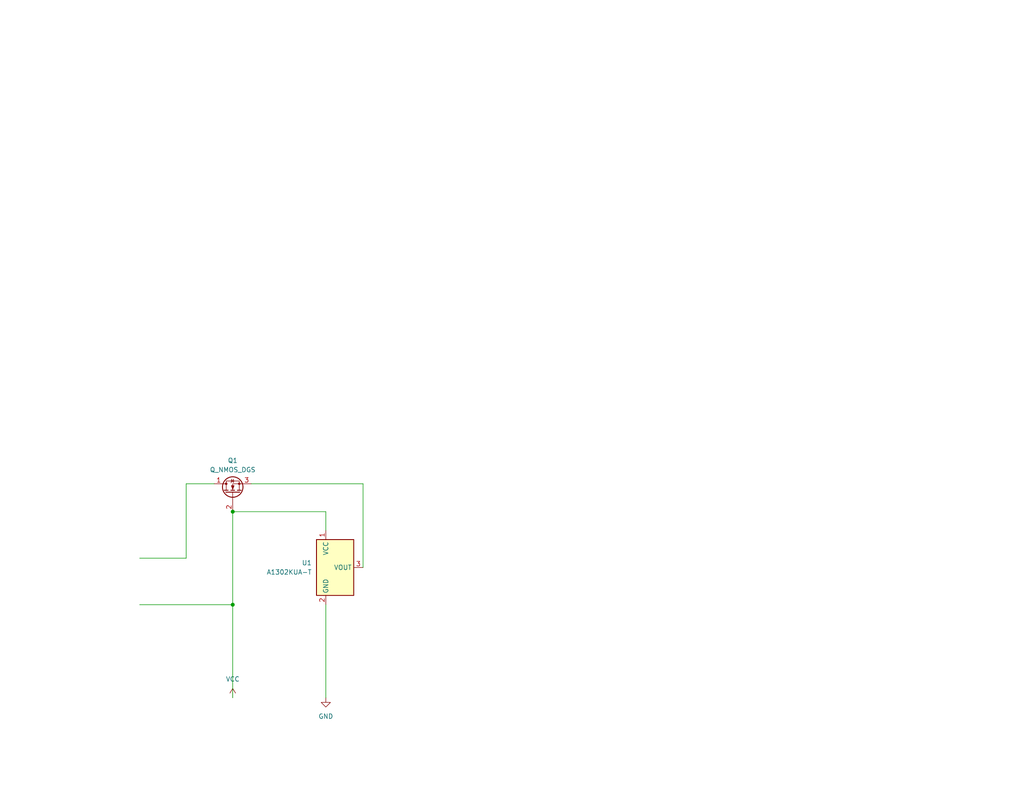
<source format=kicad_sch>
(kicad_sch (version 20231120) (generator "eeschema") (generator_version "8.0")
  (paper "USLetter")
  (title_block (title "ASR 2024 - Electric Motor Circuit") (date "2024-09-16") (rev "v0.0.1") (company "Alexandre Haddad-Delaveau & Bryan Liu"))
  (lib_symbols
    (symbol "Device:Q_NMOS_DGS" (pin_names (offset 0) hide)
      (property "Reference" "Q" (at 5.08 1.27 0))
      (property "Value" "Q_NMOS_DGS" (at 5.08 -1.27 0))
      (symbol "Q_NMOS_DGS_0_1"
        (polyline (pts (xy 0.254 0) (xy -2.54 0)))
        (polyline (pts (xy 0.254 1.905) (xy 0.254 -1.905)) (stroke (width 0.254)))
        (polyline (pts (xy 0.762 -1.27) (xy 0.762 -2.286)) (stroke (width 0.254)))
        (polyline (pts (xy 0.762 0.508) (xy 0.762 -0.508)) (stroke (width 0.254)))
        (polyline (pts (xy 0.762 2.286) (xy 0.762 1.27)) (stroke (width 0.254)))
        (polyline (pts (xy 2.54 2.54) (xy 2.54 1.778)))
        (polyline (pts (xy 2.54 -2.54) (xy 2.54 0) (xy 0.762 0)))
        (polyline (pts (xy 0.762 -1.778) (xy 3.302 -1.778) (xy 3.302 1.778) (xy 0.762 1.778)))
        (polyline (pts (xy 1.016 0) (xy 2.032 0.381) (xy 2.032 -0.381) (xy 1.016 0)) (fill (type outline)))
        (polyline (pts (xy 2.794 0.508) (xy 2.921 0.381) (xy 3.683 0.381) (xy 3.81 0.254)))
        (polyline (pts (xy 3.302 0.381) (xy 2.921 -0.254) (xy 3.683 -0.254) (xy 3.302 0.381)))
        (circle (center 1.651 0) (radius 2.794) (stroke (width 0.254)))
        (circle (center 2.54 -1.778) (radius 0.254) (fill (type outline)))
        (circle (center 2.54 1.778) (radius 0.254) (fill (type outline)))
      )
      (symbol "Q_NMOS_DGS_1_1"
        (pin passive line (at 2.54 5.08 270) (length 2.54) (name "D") (number "1"))
        (pin input line (at -5.08 0 0) (length 2.54) (name "G") (number "2"))
        (pin passive line (at 2.54 -5.08 90) (length 2.54) (name "S") (number "3"))
      )
    )
    (symbol "Sensor_Magnetic:A1302KUA-T"
      (property "Reference" "U" (at 0 11.43 0))
      (property "Value" "A1302KUA-T" (at 0 8.89 0))
      (symbol "A1302KUA-T_0_1"
        (rectangle (start -5.08 7.62) (end 5.08 -7.62) (stroke (width 0.254)) (fill (type background)))
      )
      (symbol "A1302KUA-T_1_1"
        (pin power_in line (at -2.54 10.16 270) (length 2.54) (name "VCC") (number "1"))
        (pin power_in line (at -2.54 -10.16 90) (length 2.54) (name "GND") (number "2"))
        (pin output line (at 7.62 0 180) (length 2.54) (name "VOUT") (number "3"))
      )
    )
    (symbol "power:GND" (power) (pin_numbers hide) (pin_names (offset 0) hide)
      (property "Value" "GND" (at 0 -3.81 0))
      (symbol "GND_0_1"
        (polyline (pts (xy 0 0) (xy 0 -1.27) (xy 1.27 -1.27) (xy 0 -2.54) (xy -1.27 -1.27) (xy 0 -1.27)))
      )
      (symbol "GND_1_1"
        (pin power_in line (at 0 0 270) (length 0) (name "~") (number "1"))
      )
    )
    (symbol "power:VCC" (power) (pin_numbers hide) (pin_names (offset 0) hide)
      (property "Value" "VCC" (at 0 3.556 0))
      (symbol "VCC_0_1"
        (polyline (pts (xy -0.762 1.27) (xy 0 2.54)))
        (polyline (pts (xy 0 0) (xy 0 2.54)))
        (polyline (pts (xy 0 2.54) (xy 0.762 1.27)))
      )
      (symbol "VCC_1_1"
        (pin power_in line (at 0 0 90) (length 0) (name "~") (number "1"))
      )
    )
  )
  (junction (at 63.5 165.1))
  (junction (at 63.5 139.7))
  (wire (pts (xy 50.8 132.08) (xy 58.42 132.08)))
  (wire (pts (xy 63.5 165.1) (xy 63.5 190.5)))
  (wire (pts (xy 63.5 139.7) (xy 88.9 139.7)))
  (wire (pts (xy 68.58 132.08) (xy 99.06 132.08)))
  (wire (pts (xy 38.1 152.4) (xy 50.8 152.4)))
  (wire (pts (xy 88.9 139.7) (xy 88.9 144.78)))
  (wire (pts (xy 63.5 139.7) (xy 63.5 165.1)))
  (wire (pts (xy 38.1 165.1) (xy 63.5 165.1)))
  (wire (pts (xy 88.9 165.1) (xy 88.9 190.5)))
  (wire (pts (xy 99.06 132.08) (xy 99.06 154.94)))
  (wire (pts (xy 50.8 132.08) (xy 50.8 152.4)))
  (symbol (lib_id "power:VCC") (at 63.5 190.5 0) (unit 1)
    (property "Reference" "#PWR01" (effects (hide yes)))
    (property "Value" "VCC" (at 63.5 185.42 0))
    (property "Description" "Power symbol creates a global label with name \"VCC\"" (effects (hide yes)))
  )
  (symbol (lib_id "Device:Q_NMOS_DGS") (at 63.5 134.62 90) (unit 1)
    (property "Reference" "Q1" (at 63.5 125.73 90))
    (property "Value" "Q_NMOS_DGS" (at 63.5 128.27 90))
    (property "Description" "N-MOSFET transistor, drain/gate/source" (effects (hide yes)))
  )
  (symbol (lib_id "power:GND") (at 88.9 190.5 0) (unit 1)
    (property "Reference" "#PWR02" (effects (hide yes)))
    (property "Value" "GND" (at 88.9 195.58 0))
    (property "Description" "Power symbol creates a global label with name \"GND\" , ground" (effects (hide yes)))
  )
  (symbol (lib_id "Sensor_Magnetic:A1302KUA-T") (at 91.44 154.94 0) (unit 1)
    (property "Reference" "U1" (at 85.09 153.6699 0) (effects (justify right)))
    (property "Value" "A1302KUA-T" (at 85.09 156.2099 0) (effects (justify right)))
    (property "Datasheet" "http://www.allegromicro.com/~/media/Files/Datasheets/A1301-2-Datasheet.ashx" (effects (hide yes)))
    (property "Description" "Linear Hall Effect Sensor, SIP 3pin" (effects (hide yes)))
  )
)
</source>
